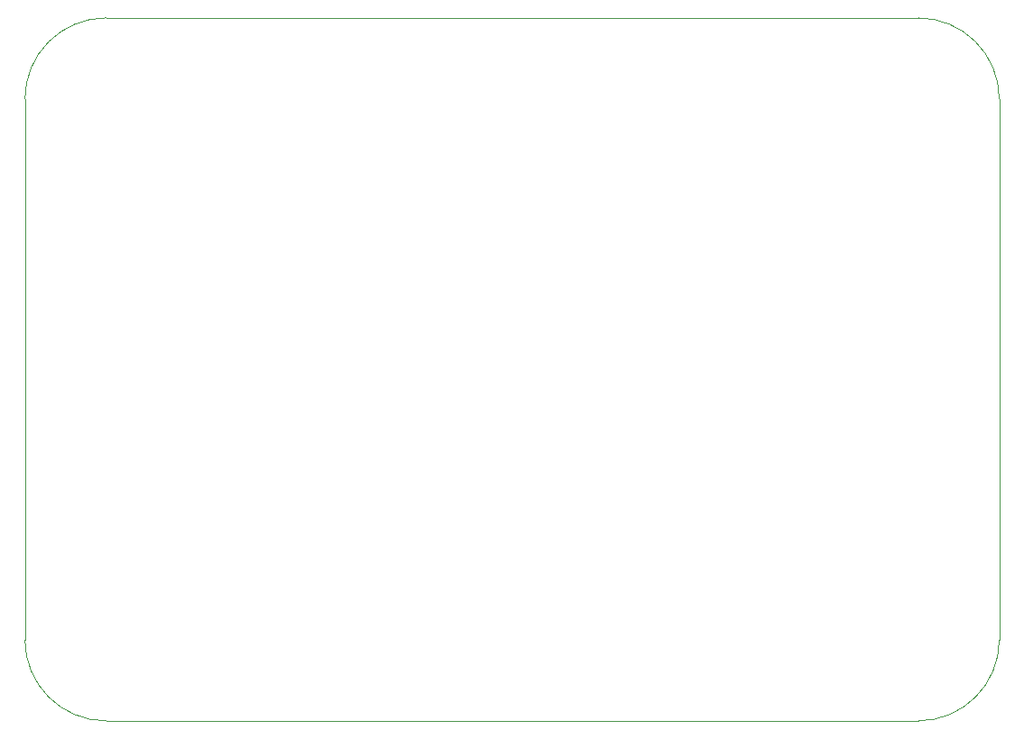
<source format=gbr>
%TF.GenerationSoftware,KiCad,Pcbnew,7.0.9*%
%TF.CreationDate,2023-11-14T16:22:48-06:00*%
%TF.ProjectId,to263-prototype,746f3236-332d-4707-926f-746f74797065,rev?*%
%TF.SameCoordinates,Original*%
%TF.FileFunction,Profile,NP*%
%FSLAX46Y46*%
G04 Gerber Fmt 4.6, Leading zero omitted, Abs format (unit mm)*
G04 Created by KiCad (PCBNEW 7.0.9) date 2023-11-14 16:22:48*
%MOMM*%
%LPD*%
G01*
G04 APERTURE LIST*
%TA.AperFunction,Profile*%
%ADD10C,0.100000*%
%TD*%
G04 APERTURE END LIST*
D10*
X50800000Y-43180000D02*
X127000000Y-43180000D01*
X43180000Y-101600000D02*
G75*
G03*
X50800000Y-109220000I7620000J0D01*
G01*
X134620000Y-50800000D02*
X134620000Y-101600000D01*
X127000000Y-109220000D02*
X50800000Y-109220000D01*
X43180000Y-101600000D02*
X43180000Y-50800000D01*
X127000000Y-109220000D02*
G75*
G03*
X134620000Y-101600000I0J7620000D01*
G01*
X134620000Y-50800000D02*
G75*
G03*
X127000000Y-43180000I-7620000J0D01*
G01*
X50800000Y-43180000D02*
G75*
G03*
X43180000Y-50800000I0J-7620000D01*
G01*
M02*

</source>
